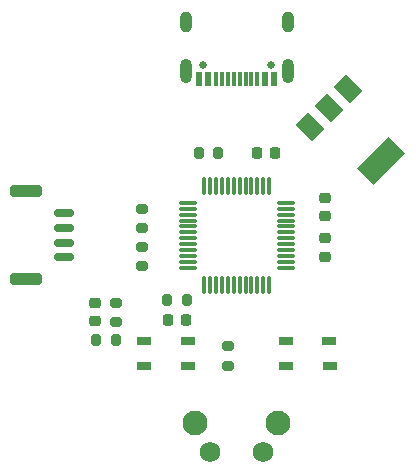
<source format=gbr>
%TF.GenerationSoftware,KiCad,Pcbnew,7.0.7*%
%TF.CreationDate,2023-10-09T00:15:42+08:00*%
%TF.ProjectId,RM_47mm,524d5f34-376d-46d2-9e6b-696361645f70,rev?*%
%TF.SameCoordinates,Original*%
%TF.FileFunction,Soldermask,Bot*%
%TF.FilePolarity,Negative*%
%FSLAX46Y46*%
G04 Gerber Fmt 4.6, Leading zero omitted, Abs format (unit mm)*
G04 Created by KiCad (PCBNEW 7.0.7) date 2023-10-09 00:15:42*
%MOMM*%
%LPD*%
G01*
G04 APERTURE LIST*
G04 Aperture macros list*
%AMRoundRect*
0 Rectangle with rounded corners*
0 $1 Rounding radius*
0 $2 $3 $4 $5 $6 $7 $8 $9 X,Y pos of 4 corners*
0 Add a 4 corners polygon primitive as box body*
4,1,4,$2,$3,$4,$5,$6,$7,$8,$9,$2,$3,0*
0 Add four circle primitives for the rounded corners*
1,1,$1+$1,$2,$3*
1,1,$1+$1,$4,$5*
1,1,$1+$1,$6,$7*
1,1,$1+$1,$8,$9*
0 Add four rect primitives between the rounded corners*
20,1,$1+$1,$2,$3,$4,$5,0*
20,1,$1+$1,$4,$5,$6,$7,0*
20,1,$1+$1,$6,$7,$8,$9,0*
20,1,$1+$1,$8,$9,$2,$3,0*%
%AMRotRect*
0 Rectangle, with rotation*
0 The origin of the aperture is its center*
0 $1 length*
0 $2 width*
0 $3 Rotation angle, in degrees counterclockwise*
0 Add horizontal line*
21,1,$1,$2,0,0,$3*%
G04 Aperture macros list end*
%ADD10RoundRect,0.200000X0.275000X-0.200000X0.275000X0.200000X-0.275000X0.200000X-0.275000X-0.200000X0*%
%ADD11RoundRect,0.200000X-0.200000X-0.275000X0.200000X-0.275000X0.200000X0.275000X-0.200000X0.275000X0*%
%ADD12RoundRect,0.075000X0.662500X0.075000X-0.662500X0.075000X-0.662500X-0.075000X0.662500X-0.075000X0*%
%ADD13RoundRect,0.075000X0.075000X0.662500X-0.075000X0.662500X-0.075000X-0.662500X0.075000X-0.662500X0*%
%ADD14R,1.191630X0.648596*%
%ADD15R,1.195644X0.654570*%
%ADD16R,1.196467X0.648136*%
%ADD17R,1.203883X0.646488*%
%ADD18RoundRect,0.225000X-0.250000X0.225000X-0.250000X-0.225000X0.250000X-0.225000X0.250000X0.225000X0*%
%ADD19RoundRect,0.225000X0.225000X0.250000X-0.225000X0.250000X-0.225000X-0.250000X0.225000X-0.250000X0*%
%ADD20RoundRect,0.225000X0.250000X-0.225000X0.250000X0.225000X-0.250000X0.225000X-0.250000X-0.225000X0*%
%ADD21C,0.650000*%
%ADD22R,0.600000X1.240000*%
%ADD23R,0.300000X1.240000*%
%ADD24O,1.000000X1.800000*%
%ADD25O,1.000000X2.100000*%
%ADD26RoundRect,0.150000X0.700000X-0.150000X0.700000X0.150000X-0.700000X0.150000X-0.700000X-0.150000X0*%
%ADD27RoundRect,0.250000X1.100000X-0.250000X1.100000X0.250000X-1.100000X0.250000X-1.100000X-0.250000X0*%
%ADD28RoundRect,0.200000X-0.275000X0.200000X-0.275000X-0.200000X0.275000X-0.200000X0.275000X0.200000X0*%
%ADD29RotRect,2.000000X1.500000X315.000000*%
%ADD30RotRect,2.000000X3.800000X315.000000*%
%ADD31RoundRect,0.200000X0.200000X0.275000X-0.200000X0.275000X-0.200000X-0.275000X0.200000X-0.275000X0*%
%ADD32C,2.100000*%
%ADD33C,1.750000*%
%ADD34R,1.251471X0.645202*%
%ADD35R,1.195849X0.659990*%
%ADD36R,1.251471X0.650765*%
%ADD37R,1.195849X0.657460*%
G04 APERTURE END LIST*
D10*
%TO.C,R7*%
X139783288Y-107336708D03*
X139783288Y-105686708D03*
%TD*%
%TO.C,R3*%
X142018127Y-99380570D03*
X142018127Y-97730570D03*
%TD*%
D11*
%TO.C,R4*%
X146775000Y-93000000D03*
X148425000Y-93000000D03*
%TD*%
D12*
%TO.C,U1*%
X154162500Y-97250000D03*
X154162500Y-97750000D03*
X154162500Y-98250000D03*
X154162500Y-98750000D03*
X154162500Y-99250000D03*
X154162500Y-99750000D03*
X154162500Y-100250000D03*
X154162500Y-100750000D03*
X154162500Y-101250000D03*
X154162500Y-101750000D03*
X154162500Y-102250000D03*
X154162500Y-102750000D03*
D13*
X152750000Y-104162500D03*
X152250000Y-104162500D03*
X151750000Y-104162500D03*
X151250000Y-104162500D03*
X150750000Y-104162500D03*
X150250000Y-104162500D03*
X149750000Y-104162500D03*
X149250000Y-104162500D03*
X148750000Y-104162500D03*
X148250000Y-104162500D03*
X147750000Y-104162500D03*
X147250000Y-104162500D03*
D12*
X145837500Y-102750000D03*
X145837500Y-102250000D03*
X145837500Y-101750000D03*
X145837500Y-101250000D03*
X145837500Y-100750000D03*
X145837500Y-100250000D03*
X145837500Y-99750000D03*
X145837500Y-99250000D03*
X145837500Y-98750000D03*
X145837500Y-98250000D03*
X145837500Y-97750000D03*
X145837500Y-97250000D03*
D13*
X147250000Y-95837500D03*
X147750000Y-95837500D03*
X148250000Y-95837500D03*
X148750000Y-95837500D03*
X149250000Y-95837500D03*
X149750000Y-95837500D03*
X150250000Y-95837500D03*
X150750000Y-95837500D03*
X151250000Y-95837500D03*
X151750000Y-95837500D03*
X152250000Y-95837500D03*
X152750000Y-95837500D03*
%TD*%
D14*
%TO.C,SW2*%
X157853931Y-108925702D03*
D15*
X154142473Y-108922715D03*
D16*
X157857223Y-111075929D03*
D17*
X154148751Y-111076753D03*
%TD*%
D18*
%TO.C,C9*%
X157480000Y-96805000D03*
X157480000Y-98355000D03*
%TD*%
D19*
%TO.C,C11*%
X153275000Y-93000000D03*
X151725000Y-93000000D03*
%TD*%
%TO.C,C12*%
X145705537Y-107172023D03*
X144155537Y-107172023D03*
%TD*%
D20*
%TO.C,C13*%
X138039859Y-107289498D03*
X138039859Y-105739498D03*
%TD*%
D21*
%TO.C,J1*%
X147110000Y-85605000D03*
X152890000Y-85605000D03*
D22*
X146800000Y-86725000D03*
X147600000Y-86725000D03*
D23*
X148750000Y-86725000D03*
X149750000Y-86725000D03*
X150250000Y-86725000D03*
X151250000Y-86725000D03*
D22*
X152400000Y-86725000D03*
X153200000Y-86725000D03*
X153200000Y-86725000D03*
X152400000Y-86725000D03*
D23*
X151750000Y-86725000D03*
X150750000Y-86725000D03*
X149250000Y-86725000D03*
X148250000Y-86725000D03*
D22*
X147600000Y-86725000D03*
X146800000Y-86725000D03*
D24*
X145680000Y-81925000D03*
D25*
X145680000Y-86125000D03*
D24*
X154320000Y-81925000D03*
D25*
X154320000Y-86125000D03*
%TD*%
D11*
%TO.C,R6*%
X138129023Y-108882715D03*
X139779023Y-108882715D03*
%TD*%
D26*
%TO.C,J2*%
X135350000Y-101875000D03*
X135350000Y-100625000D03*
X135350000Y-99375000D03*
X135350000Y-98125000D03*
D27*
X132150000Y-103725000D03*
X132150000Y-96275000D03*
%TD*%
D28*
%TO.C,R2*%
X142021726Y-100975355D03*
X142021726Y-102625355D03*
%TD*%
D29*
%TO.C,U2*%
X156166268Y-90838959D03*
X157792614Y-89212614D03*
D30*
X162247386Y-93667386D03*
D29*
X159418959Y-87586268D03*
%TD*%
D28*
%TO.C,R5*%
X149258680Y-109398485D03*
X149258680Y-111048485D03*
%TD*%
D31*
%TO.C,R1*%
X145758826Y-105466261D03*
X144108826Y-105466261D03*
%TD*%
D32*
%TO.C,SW3*%
X146482909Y-115884152D03*
X153492909Y-115884152D03*
D33*
X147732909Y-118374152D03*
X152232909Y-118374152D03*
%TD*%
D20*
%TO.C,C10*%
X157474699Y-101792865D03*
X157474699Y-100242865D03*
%TD*%
D34*
%TO.C,SW1*%
X145871643Y-108929298D03*
D35*
X142150605Y-108920005D03*
D36*
X145871643Y-111079045D03*
D37*
X142150605Y-111071269D03*
%TD*%
M02*

</source>
